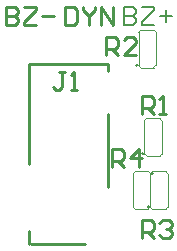
<source format=gto>
%FSLAX42Y42*%
%MOMM*%
G71*
G01*
G75*
G04 Layer_Color=65535*
G04:AMPARAMS|DCode=10|XSize=1mm|YSize=1.1mm|CornerRadius=0.25mm|HoleSize=0mm|Usage=FLASHONLY|Rotation=270.000|XOffset=0mm|YOffset=0mm|HoleType=Round|Shape=RoundedRectangle|*
%AMROUNDEDRECTD10*
21,1,1.00,0.60,0,0,270.0*
21,1,0.50,1.10,0,0,270.0*
1,1,0.50,-0.30,-0.25*
1,1,0.50,-0.30,0.25*
1,1,0.50,0.30,0.25*
1,1,0.50,0.30,-0.25*
%
%ADD10ROUNDEDRECTD10*%
%ADD11R,4.00X4.00*%
%ADD12R,2.80X2.00*%
%ADD13R,2.80X2.80*%
%ADD14R,2.80X2.20*%
%ADD15C,0.50*%
%ADD16C,0.13*%
%ADD17C,0.05*%
%ADD18C,0.25*%
%ADD19C,0.20*%
D16*
X6067Y9510D02*
G03*
X6067Y9510I-7J0D01*
G01*
X6117Y8760D02*
G03*
X6117Y8760I-7J0D01*
G01*
X6167Y8310D02*
G03*
X6167Y8310I-7J0D01*
G01*
X6197Y8590D02*
G03*
X6197Y8590I-7J0D01*
G01*
D17*
X6095Y9810D02*
G03*
X6075Y9790I0J-20D01*
G01*
X6225D02*
G03*
X6205Y9810I-20J-0D01*
G01*
Y9490D02*
G03*
X6225Y9510I0J20D01*
G01*
X6075D02*
G03*
X6095Y9490I20J0D01*
G01*
X6145Y9060D02*
G03*
X6125Y9040I0J-20D01*
G01*
X6275D02*
G03*
X6255Y9060I-20J-0D01*
G01*
X6255Y8740D02*
G03*
X6275Y8760I0J20D01*
G01*
X6125D02*
G03*
X6145Y8740I20J0D01*
G01*
X6195Y8610D02*
G03*
X6175Y8590I0J-20D01*
G01*
X6325D02*
G03*
X6305Y8610I-20J-0D01*
G01*
Y8290D02*
G03*
X6325Y8310I0J20D01*
G01*
X6175D02*
G03*
X6195Y8290I20J0D01*
G01*
X6155D02*
G03*
X6175Y8310I0J20D01*
G01*
X6025D02*
G03*
X6045Y8290I20J0D01*
G01*
X6045Y8610D02*
G03*
X6025Y8590I0J-20D01*
G01*
X6175D02*
G03*
X6155Y8610I-20J-0D01*
G01*
X6095Y9490D02*
X6205D01*
X6225Y9510D02*
Y9790D01*
X6095Y9810D02*
X6205D01*
X6075Y9510D02*
Y9790D01*
X6145Y8740D02*
X6255D01*
X6275Y8760D02*
Y9040D01*
X6145Y9060D02*
X6255D01*
X6125Y8760D02*
Y9040D01*
X6195Y8290D02*
X6305D01*
X6325Y8310D02*
Y8590D01*
X6195Y8610D02*
X6305D01*
X6175Y8310D02*
Y8590D01*
X6045Y8610D02*
X6155D01*
X6025Y8310D02*
Y8590D01*
X6045Y8290D02*
X6155D01*
X6175Y8310D02*
Y8590D01*
D18*
X5150Y8000D02*
Y8110D01*
X5450Y8000D02*
X5620D01*
X5160D02*
X5450D01*
X5150Y8670D02*
Y9520D01*
X5820D01*
Y8480D02*
Y9100D01*
Y9460D02*
Y9520D01*
X5452Y9452D02*
X5401D01*
X5426D01*
Y9325D01*
X5401Y9300D01*
X5375D01*
X5350Y9325D01*
X5502Y9300D02*
X5553D01*
X5528D01*
Y9452D01*
X5502Y9427D01*
X5450Y10002D02*
Y9850D01*
X5526D01*
X5552Y9875D01*
Y9977D01*
X5526Y10002D01*
X5450D01*
X5602D02*
Y9977D01*
X5653Y9926D01*
X5704Y9977D01*
Y10002D01*
X5653Y9926D02*
Y9850D01*
X5755D02*
Y10002D01*
X5856Y9850D01*
Y10002D01*
X4950D02*
Y9850D01*
X5026D01*
X5052Y9875D01*
Y9901D01*
X5026Y9926D01*
X4950D01*
X5026D01*
X5052Y9952D01*
Y9977D01*
X5026Y10002D01*
X4950D01*
X5102D02*
X5204D01*
Y9977D01*
X5102Y9875D01*
Y9850D01*
X5204D01*
X5255Y9926D02*
X5356D01*
X6100Y9100D02*
Y9252D01*
X6176D01*
X6202Y9227D01*
Y9176D01*
X6176Y9151D01*
X6100D01*
X6151D02*
X6202Y9100D01*
X6252D02*
X6303D01*
X6278D01*
Y9252D01*
X6252Y9227D01*
X5800Y9600D02*
Y9752D01*
X5876D01*
X5902Y9727D01*
Y9676D01*
X5876Y9651D01*
X5800D01*
X5851D02*
X5902Y9600D01*
X6054D02*
X5952D01*
X6054Y9702D01*
Y9727D01*
X6029Y9752D01*
X5978D01*
X5952Y9727D01*
X6100Y8050D02*
Y8202D01*
X6176D01*
X6202Y8177D01*
Y8126D01*
X6176Y8101D01*
X6100D01*
X6151D02*
X6202Y8050D01*
X6252Y8177D02*
X6278Y8202D01*
X6329D01*
X6354Y8177D01*
Y8152D01*
X6329Y8126D01*
X6303D01*
X6329D01*
X6354Y8101D01*
Y8075D01*
X6329Y8050D01*
X6278D01*
X6252Y8075D01*
X5850Y8650D02*
Y8802D01*
X5926D01*
X5952Y8777D01*
Y8726D01*
X5926Y8701D01*
X5850D01*
X5901D02*
X5952Y8650D01*
X6079D02*
Y8802D01*
X6002Y8726D01*
X6104D01*
D19*
X5950Y10002D02*
Y9850D01*
X6026D01*
X6052Y9875D01*
Y9901D01*
X6026Y9926D01*
X5950D01*
X6026D01*
X6052Y9952D01*
Y9977D01*
X6026Y10002D01*
X5950D01*
X6102D02*
X6204D01*
Y9977D01*
X6102Y9875D01*
Y9850D01*
X6204D01*
X6255Y9926D02*
X6356D01*
X6305Y9977D02*
Y9875D01*
M02*

</source>
